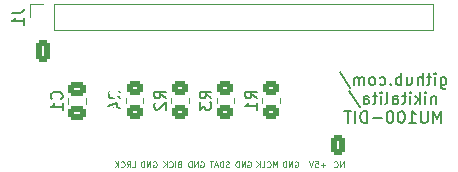
<source format=gbr>
%TF.GenerationSoftware,KiCad,Pcbnew,(6.0.1)*%
%TF.CreationDate,2022-07-04T21:24:21-07:00*%
%TF.ProjectId,mu100-dit-connector-board,6d753130-302d-4646-9974-2d636f6e6e65,rev?*%
%TF.SameCoordinates,Original*%
%TF.FileFunction,Legend,Bot*%
%TF.FilePolarity,Positive*%
%FSLAX46Y46*%
G04 Gerber Fmt 4.6, Leading zero omitted, Abs format (unit mm)*
G04 Created by KiCad (PCBNEW (6.0.1)) date 2022-07-04 21:24:21*
%MOMM*%
%LPD*%
G01*
G04 APERTURE LIST*
G04 Aperture macros list*
%AMRoundRect*
0 Rectangle with rounded corners*
0 $1 Rounding radius*
0 $2 $3 $4 $5 $6 $7 $8 $9 X,Y pos of 4 corners*
0 Add a 4 corners polygon primitive as box body*
4,1,4,$2,$3,$4,$5,$6,$7,$8,$9,$2,$3,0*
0 Add four circle primitives for the rounded corners*
1,1,$1+$1,$2,$3*
1,1,$1+$1,$4,$5*
1,1,$1+$1,$6,$7*
1,1,$1+$1,$8,$9*
0 Add four rect primitives between the rounded corners*
20,1,$1+$1,$2,$3,$4,$5,0*
20,1,$1+$1,$4,$5,$6,$7,0*
20,1,$1+$1,$6,$7,$8,$9,0*
20,1,$1+$1,$8,$9,$2,$3,0*%
G04 Aperture macros list end*
%ADD10C,0.125000*%
%ADD11C,0.150000*%
%ADD12C,0.120000*%
%ADD13O,1.200000X1.750000*%
%ADD14RoundRect,0.250000X0.350000X0.625000X-0.350000X0.625000X-0.350000X-0.625000X0.350000X-0.625000X0*%
%ADD15O,1.200000X1.800000*%
%ADD16RoundRect,0.250000X-0.350000X-0.650000X0.350000X-0.650000X0.350000X0.650000X-0.350000X0.650000X0*%
%ADD17RoundRect,0.250000X-0.450000X0.350000X-0.450000X-0.350000X0.450000X-0.350000X0.450000X0.350000X0*%
%ADD18O,1.350000X1.350000*%
%ADD19R,1.350000X1.350000*%
%ADD20RoundRect,0.250000X-0.475000X0.337500X-0.475000X-0.337500X0.475000X-0.337500X0.475000X0.337500X0*%
%ADD21C,0.800000*%
G04 APERTURE END LIST*
D10*
X89641657Y-70492714D02*
X89260704Y-70492714D01*
X89451180Y-70683190D02*
X89451180Y-70302238D01*
X88784514Y-70183190D02*
X89022609Y-70183190D01*
X89046419Y-70421285D01*
X89022609Y-70397476D01*
X88974990Y-70373666D01*
X88855942Y-70373666D01*
X88808323Y-70397476D01*
X88784514Y-70421285D01*
X88760704Y-70468904D01*
X88760704Y-70587952D01*
X88784514Y-70635571D01*
X88808323Y-70659380D01*
X88855942Y-70683190D01*
X88974990Y-70683190D01*
X89022609Y-70659380D01*
X89046419Y-70635571D01*
X88617847Y-70183190D02*
X88451180Y-70683190D01*
X88284514Y-70183190D01*
D11*
X99406190Y-63045714D02*
X99406190Y-63855238D01*
X99453809Y-63950476D01*
X99501428Y-63998095D01*
X99596666Y-64045714D01*
X99739523Y-64045714D01*
X99834761Y-63998095D01*
X99406190Y-63664761D02*
X99501428Y-63712380D01*
X99691904Y-63712380D01*
X99787142Y-63664761D01*
X99834761Y-63617142D01*
X99882380Y-63521904D01*
X99882380Y-63236190D01*
X99834761Y-63140952D01*
X99787142Y-63093333D01*
X99691904Y-63045714D01*
X99501428Y-63045714D01*
X99406190Y-63093333D01*
X98930000Y-63712380D02*
X98930000Y-63045714D01*
X98930000Y-62712380D02*
X98977619Y-62760000D01*
X98930000Y-62807619D01*
X98882380Y-62760000D01*
X98930000Y-62712380D01*
X98930000Y-62807619D01*
X98596666Y-63045714D02*
X98215714Y-63045714D01*
X98453809Y-62712380D02*
X98453809Y-63569523D01*
X98406190Y-63664761D01*
X98310952Y-63712380D01*
X98215714Y-63712380D01*
X97882380Y-63712380D02*
X97882380Y-62712380D01*
X97453809Y-63712380D02*
X97453809Y-63188571D01*
X97501428Y-63093333D01*
X97596666Y-63045714D01*
X97739523Y-63045714D01*
X97834761Y-63093333D01*
X97882380Y-63140952D01*
X96549047Y-63045714D02*
X96549047Y-63712380D01*
X96977619Y-63045714D02*
X96977619Y-63569523D01*
X96930000Y-63664761D01*
X96834761Y-63712380D01*
X96691904Y-63712380D01*
X96596666Y-63664761D01*
X96549047Y-63617142D01*
X96072857Y-63712380D02*
X96072857Y-62712380D01*
X96072857Y-63093333D02*
X95977619Y-63045714D01*
X95787142Y-63045714D01*
X95691904Y-63093333D01*
X95644285Y-63140952D01*
X95596666Y-63236190D01*
X95596666Y-63521904D01*
X95644285Y-63617142D01*
X95691904Y-63664761D01*
X95787142Y-63712380D01*
X95977619Y-63712380D01*
X96072857Y-63664761D01*
X95168095Y-63617142D02*
X95120476Y-63664761D01*
X95168095Y-63712380D01*
X95215714Y-63664761D01*
X95168095Y-63617142D01*
X95168095Y-63712380D01*
X94263333Y-63664761D02*
X94358571Y-63712380D01*
X94549047Y-63712380D01*
X94644285Y-63664761D01*
X94691904Y-63617142D01*
X94739523Y-63521904D01*
X94739523Y-63236190D01*
X94691904Y-63140952D01*
X94644285Y-63093333D01*
X94549047Y-63045714D01*
X94358571Y-63045714D01*
X94263333Y-63093333D01*
X93691904Y-63712380D02*
X93787142Y-63664761D01*
X93834761Y-63617142D01*
X93882380Y-63521904D01*
X93882380Y-63236190D01*
X93834761Y-63140952D01*
X93787142Y-63093333D01*
X93691904Y-63045714D01*
X93549047Y-63045714D01*
X93453809Y-63093333D01*
X93406190Y-63140952D01*
X93358571Y-63236190D01*
X93358571Y-63521904D01*
X93406190Y-63617142D01*
X93453809Y-63664761D01*
X93549047Y-63712380D01*
X93691904Y-63712380D01*
X92930000Y-63712380D02*
X92930000Y-63045714D01*
X92930000Y-63140952D02*
X92882380Y-63093333D01*
X92787142Y-63045714D01*
X92644285Y-63045714D01*
X92549047Y-63093333D01*
X92501428Y-63188571D01*
X92501428Y-63712380D01*
X92501428Y-63188571D02*
X92453809Y-63093333D01*
X92358571Y-63045714D01*
X92215714Y-63045714D01*
X92120476Y-63093333D01*
X92072857Y-63188571D01*
X92072857Y-63712380D01*
X90882380Y-62664761D02*
X91739523Y-63950476D01*
X99025238Y-64655714D02*
X99025238Y-65322380D01*
X99025238Y-64750952D02*
X98977619Y-64703333D01*
X98882380Y-64655714D01*
X98739523Y-64655714D01*
X98644285Y-64703333D01*
X98596666Y-64798571D01*
X98596666Y-65322380D01*
X98120476Y-65322380D02*
X98120476Y-64655714D01*
X98120476Y-64322380D02*
X98168095Y-64370000D01*
X98120476Y-64417619D01*
X98072857Y-64370000D01*
X98120476Y-64322380D01*
X98120476Y-64417619D01*
X97644285Y-65322380D02*
X97644285Y-64322380D01*
X97549047Y-64941428D02*
X97263333Y-65322380D01*
X97263333Y-64655714D02*
X97644285Y-65036666D01*
X96834761Y-65322380D02*
X96834761Y-64655714D01*
X96834761Y-64322380D02*
X96882380Y-64370000D01*
X96834761Y-64417619D01*
X96787142Y-64370000D01*
X96834761Y-64322380D01*
X96834761Y-64417619D01*
X96501428Y-64655714D02*
X96120476Y-64655714D01*
X96358571Y-64322380D02*
X96358571Y-65179523D01*
X96310952Y-65274761D01*
X96215714Y-65322380D01*
X96120476Y-65322380D01*
X95358571Y-65322380D02*
X95358571Y-64798571D01*
X95406190Y-64703333D01*
X95501428Y-64655714D01*
X95691904Y-64655714D01*
X95787142Y-64703333D01*
X95358571Y-65274761D02*
X95453809Y-65322380D01*
X95691904Y-65322380D01*
X95787142Y-65274761D01*
X95834761Y-65179523D01*
X95834761Y-65084285D01*
X95787142Y-64989047D01*
X95691904Y-64941428D01*
X95453809Y-64941428D01*
X95358571Y-64893809D01*
X94739523Y-65322380D02*
X94834761Y-65274761D01*
X94882380Y-65179523D01*
X94882380Y-64322380D01*
X94358571Y-65322380D02*
X94358571Y-64655714D01*
X94358571Y-64322380D02*
X94406190Y-64370000D01*
X94358571Y-64417619D01*
X94310952Y-64370000D01*
X94358571Y-64322380D01*
X94358571Y-64417619D01*
X94025238Y-64655714D02*
X93644285Y-64655714D01*
X93882380Y-64322380D02*
X93882380Y-65179523D01*
X93834761Y-65274761D01*
X93739523Y-65322380D01*
X93644285Y-65322380D01*
X92882380Y-65322380D02*
X92882380Y-64798571D01*
X92930000Y-64703333D01*
X93025238Y-64655714D01*
X93215714Y-64655714D01*
X93310952Y-64703333D01*
X92882380Y-65274761D02*
X92977619Y-65322380D01*
X93215714Y-65322380D01*
X93310952Y-65274761D01*
X93358571Y-65179523D01*
X93358571Y-65084285D01*
X93310952Y-64989047D01*
X93215714Y-64941428D01*
X92977619Y-64941428D01*
X92882380Y-64893809D01*
X91691904Y-64274761D02*
X92549047Y-65560476D01*
X99453809Y-66932380D02*
X99453809Y-65932380D01*
X99120476Y-66646666D01*
X98787142Y-65932380D01*
X98787142Y-66932380D01*
X98310952Y-65932380D02*
X98310952Y-66741904D01*
X98263333Y-66837142D01*
X98215714Y-66884761D01*
X98120476Y-66932380D01*
X97930000Y-66932380D01*
X97834761Y-66884761D01*
X97787142Y-66837142D01*
X97739523Y-66741904D01*
X97739523Y-65932380D01*
X96739523Y-66932380D02*
X97310952Y-66932380D01*
X97025238Y-66932380D02*
X97025238Y-65932380D01*
X97120476Y-66075238D01*
X97215714Y-66170476D01*
X97310952Y-66218095D01*
X96120476Y-65932380D02*
X96025238Y-65932380D01*
X95930000Y-65980000D01*
X95882380Y-66027619D01*
X95834761Y-66122857D01*
X95787142Y-66313333D01*
X95787142Y-66551428D01*
X95834761Y-66741904D01*
X95882380Y-66837142D01*
X95930000Y-66884761D01*
X96025238Y-66932380D01*
X96120476Y-66932380D01*
X96215714Y-66884761D01*
X96263333Y-66837142D01*
X96310952Y-66741904D01*
X96358571Y-66551428D01*
X96358571Y-66313333D01*
X96310952Y-66122857D01*
X96263333Y-66027619D01*
X96215714Y-65980000D01*
X96120476Y-65932380D01*
X95168095Y-65932380D02*
X95072857Y-65932380D01*
X94977619Y-65980000D01*
X94930000Y-66027619D01*
X94882380Y-66122857D01*
X94834761Y-66313333D01*
X94834761Y-66551428D01*
X94882380Y-66741904D01*
X94930000Y-66837142D01*
X94977619Y-66884761D01*
X95072857Y-66932380D01*
X95168095Y-66932380D01*
X95263333Y-66884761D01*
X95310952Y-66837142D01*
X95358571Y-66741904D01*
X95406190Y-66551428D01*
X95406190Y-66313333D01*
X95358571Y-66122857D01*
X95310952Y-66027619D01*
X95263333Y-65980000D01*
X95168095Y-65932380D01*
X94406190Y-66551428D02*
X93644285Y-66551428D01*
X93168095Y-66932380D02*
X93168095Y-65932380D01*
X92930000Y-65932380D01*
X92787142Y-65980000D01*
X92691904Y-66075238D01*
X92644285Y-66170476D01*
X92596666Y-66360952D01*
X92596666Y-66503809D01*
X92644285Y-66694285D01*
X92691904Y-66789523D01*
X92787142Y-66884761D01*
X92930000Y-66932380D01*
X93168095Y-66932380D01*
X92168095Y-66932380D02*
X92168095Y-65932380D01*
X91834761Y-65932380D02*
X91263333Y-65932380D01*
X91549047Y-66932380D02*
X91549047Y-65932380D01*
D10*
X87079752Y-70207000D02*
X87127371Y-70183190D01*
X87198800Y-70183190D01*
X87270228Y-70207000D01*
X87317847Y-70254619D01*
X87341657Y-70302238D01*
X87365466Y-70397476D01*
X87365466Y-70468904D01*
X87341657Y-70564142D01*
X87317847Y-70611761D01*
X87270228Y-70659380D01*
X87198800Y-70683190D01*
X87151180Y-70683190D01*
X87079752Y-70659380D01*
X87055942Y-70635571D01*
X87055942Y-70468904D01*
X87151180Y-70468904D01*
X86841657Y-70683190D02*
X86841657Y-70183190D01*
X86555942Y-70683190D01*
X86555942Y-70183190D01*
X86317847Y-70683190D02*
X86317847Y-70183190D01*
X86198800Y-70183190D01*
X86127371Y-70207000D01*
X86079752Y-70254619D01*
X86055942Y-70302238D01*
X86032133Y-70397476D01*
X86032133Y-70468904D01*
X86055942Y-70564142D01*
X86079752Y-70611761D01*
X86127371Y-70659380D01*
X86198800Y-70683190D01*
X86317847Y-70683190D01*
X75079752Y-70207000D02*
X75127371Y-70183190D01*
X75198800Y-70183190D01*
X75270228Y-70207000D01*
X75317847Y-70254619D01*
X75341657Y-70302238D01*
X75365466Y-70397476D01*
X75365466Y-70468904D01*
X75341657Y-70564142D01*
X75317847Y-70611761D01*
X75270228Y-70659380D01*
X75198800Y-70683190D01*
X75151180Y-70683190D01*
X75079752Y-70659380D01*
X75055942Y-70635571D01*
X75055942Y-70468904D01*
X75151180Y-70468904D01*
X74841657Y-70683190D02*
X74841657Y-70183190D01*
X74555942Y-70683190D01*
X74555942Y-70183190D01*
X74317847Y-70683190D02*
X74317847Y-70183190D01*
X74198800Y-70183190D01*
X74127371Y-70207000D01*
X74079752Y-70254619D01*
X74055942Y-70302238D01*
X74032133Y-70397476D01*
X74032133Y-70468904D01*
X74055942Y-70564142D01*
X74079752Y-70611761D01*
X74127371Y-70659380D01*
X74198800Y-70683190D01*
X74317847Y-70683190D01*
X73294038Y-70683190D02*
X73532133Y-70683190D01*
X73532133Y-70183190D01*
X72841657Y-70683190D02*
X73008323Y-70445095D01*
X73127371Y-70683190D02*
X73127371Y-70183190D01*
X72936895Y-70183190D01*
X72889276Y-70207000D01*
X72865466Y-70230809D01*
X72841657Y-70278428D01*
X72841657Y-70349857D01*
X72865466Y-70397476D01*
X72889276Y-70421285D01*
X72936895Y-70445095D01*
X73127371Y-70445095D01*
X72341657Y-70635571D02*
X72365466Y-70659380D01*
X72436895Y-70683190D01*
X72484514Y-70683190D01*
X72555942Y-70659380D01*
X72603561Y-70611761D01*
X72627371Y-70564142D01*
X72651180Y-70468904D01*
X72651180Y-70397476D01*
X72627371Y-70302238D01*
X72603561Y-70254619D01*
X72555942Y-70207000D01*
X72484514Y-70183190D01*
X72436895Y-70183190D01*
X72365466Y-70207000D01*
X72341657Y-70230809D01*
X72127371Y-70683190D02*
X72127371Y-70183190D01*
X71841657Y-70683190D02*
X72055942Y-70397476D01*
X71841657Y-70183190D02*
X72127371Y-70468904D01*
X79079752Y-70207000D02*
X79127371Y-70183190D01*
X79198800Y-70183190D01*
X79270228Y-70207000D01*
X79317847Y-70254619D01*
X79341657Y-70302238D01*
X79365466Y-70397476D01*
X79365466Y-70468904D01*
X79341657Y-70564142D01*
X79317847Y-70611761D01*
X79270228Y-70659380D01*
X79198800Y-70683190D01*
X79151180Y-70683190D01*
X79079752Y-70659380D01*
X79055942Y-70635571D01*
X79055942Y-70468904D01*
X79151180Y-70468904D01*
X78841657Y-70683190D02*
X78841657Y-70183190D01*
X78555942Y-70683190D01*
X78555942Y-70183190D01*
X78317847Y-70683190D02*
X78317847Y-70183190D01*
X78198800Y-70183190D01*
X78127371Y-70207000D01*
X78079752Y-70254619D01*
X78055942Y-70302238D01*
X78032133Y-70397476D01*
X78032133Y-70468904D01*
X78055942Y-70564142D01*
X78079752Y-70611761D01*
X78127371Y-70659380D01*
X78198800Y-70683190D01*
X78317847Y-70683190D01*
X85567847Y-70683190D02*
X85567847Y-70183190D01*
X85401180Y-70540333D01*
X85234514Y-70183190D01*
X85234514Y-70683190D01*
X84710704Y-70635571D02*
X84734514Y-70659380D01*
X84805942Y-70683190D01*
X84853561Y-70683190D01*
X84924990Y-70659380D01*
X84972609Y-70611761D01*
X84996419Y-70564142D01*
X85020228Y-70468904D01*
X85020228Y-70397476D01*
X84996419Y-70302238D01*
X84972609Y-70254619D01*
X84924990Y-70207000D01*
X84853561Y-70183190D01*
X84805942Y-70183190D01*
X84734514Y-70207000D01*
X84710704Y-70230809D01*
X84258323Y-70683190D02*
X84496419Y-70683190D01*
X84496419Y-70183190D01*
X84091657Y-70683190D02*
X84091657Y-70183190D01*
X83805942Y-70683190D02*
X84020228Y-70397476D01*
X83805942Y-70183190D02*
X84091657Y-70468904D01*
X81496419Y-70659380D02*
X81424990Y-70683190D01*
X81305942Y-70683190D01*
X81258323Y-70659380D01*
X81234514Y-70635571D01*
X81210704Y-70587952D01*
X81210704Y-70540333D01*
X81234514Y-70492714D01*
X81258323Y-70468904D01*
X81305942Y-70445095D01*
X81401180Y-70421285D01*
X81448800Y-70397476D01*
X81472609Y-70373666D01*
X81496419Y-70326047D01*
X81496419Y-70278428D01*
X81472609Y-70230809D01*
X81448800Y-70207000D01*
X81401180Y-70183190D01*
X81282133Y-70183190D01*
X81210704Y-70207000D01*
X80996419Y-70683190D02*
X80996419Y-70183190D01*
X80877371Y-70183190D01*
X80805942Y-70207000D01*
X80758323Y-70254619D01*
X80734514Y-70302238D01*
X80710704Y-70397476D01*
X80710704Y-70468904D01*
X80734514Y-70564142D01*
X80758323Y-70611761D01*
X80805942Y-70659380D01*
X80877371Y-70683190D01*
X80996419Y-70683190D01*
X80520228Y-70540333D02*
X80282133Y-70540333D01*
X80567847Y-70683190D02*
X80401180Y-70183190D01*
X80234514Y-70683190D01*
X80139276Y-70183190D02*
X79853561Y-70183190D01*
X79996419Y-70683190D02*
X79996419Y-70183190D01*
X83079752Y-70207000D02*
X83127371Y-70183190D01*
X83198800Y-70183190D01*
X83270228Y-70207000D01*
X83317847Y-70254619D01*
X83341657Y-70302238D01*
X83365466Y-70397476D01*
X83365466Y-70468904D01*
X83341657Y-70564142D01*
X83317847Y-70611761D01*
X83270228Y-70659380D01*
X83198800Y-70683190D01*
X83151180Y-70683190D01*
X83079752Y-70659380D01*
X83055942Y-70635571D01*
X83055942Y-70468904D01*
X83151180Y-70468904D01*
X82841657Y-70683190D02*
X82841657Y-70183190D01*
X82555942Y-70683190D01*
X82555942Y-70183190D01*
X82317847Y-70683190D02*
X82317847Y-70183190D01*
X82198800Y-70183190D01*
X82127371Y-70207000D01*
X82079752Y-70254619D01*
X82055942Y-70302238D01*
X82032133Y-70397476D01*
X82032133Y-70468904D01*
X82055942Y-70564142D01*
X82079752Y-70611761D01*
X82127371Y-70659380D01*
X82198800Y-70683190D01*
X82317847Y-70683190D01*
X91191657Y-70683190D02*
X91191657Y-70183190D01*
X90905942Y-70683190D01*
X90905942Y-70183190D01*
X90382133Y-70635571D02*
X90405942Y-70659380D01*
X90477371Y-70683190D01*
X90524990Y-70683190D01*
X90596419Y-70659380D01*
X90644038Y-70611761D01*
X90667847Y-70564142D01*
X90691657Y-70468904D01*
X90691657Y-70397476D01*
X90667847Y-70302238D01*
X90644038Y-70254619D01*
X90596419Y-70207000D01*
X90524990Y-70183190D01*
X90477371Y-70183190D01*
X90405942Y-70207000D01*
X90382133Y-70230809D01*
X77282133Y-70421285D02*
X77210704Y-70445095D01*
X77186895Y-70468904D01*
X77163085Y-70516523D01*
X77163085Y-70587952D01*
X77186895Y-70635571D01*
X77210704Y-70659380D01*
X77258323Y-70683190D01*
X77448800Y-70683190D01*
X77448800Y-70183190D01*
X77282133Y-70183190D01*
X77234514Y-70207000D01*
X77210704Y-70230809D01*
X77186895Y-70278428D01*
X77186895Y-70326047D01*
X77210704Y-70373666D01*
X77234514Y-70397476D01*
X77282133Y-70421285D01*
X77448800Y-70421285D01*
X76948800Y-70683190D02*
X76948800Y-70183190D01*
X76424990Y-70635571D02*
X76448800Y-70659380D01*
X76520228Y-70683190D01*
X76567847Y-70683190D01*
X76639276Y-70659380D01*
X76686895Y-70611761D01*
X76710704Y-70564142D01*
X76734514Y-70468904D01*
X76734514Y-70397476D01*
X76710704Y-70302238D01*
X76686895Y-70254619D01*
X76639276Y-70207000D01*
X76567847Y-70183190D01*
X76520228Y-70183190D01*
X76448800Y-70207000D01*
X76424990Y-70230809D01*
X76210704Y-70683190D02*
X76210704Y-70183190D01*
X75924990Y-70683190D02*
X76139276Y-70397476D01*
X75924990Y-70183190D02*
X76210704Y-70468904D01*
D11*
%TO.C,R1*%
X83842380Y-64857333D02*
X83366190Y-64524000D01*
X83842380Y-64285904D02*
X82842380Y-64285904D01*
X82842380Y-64666857D01*
X82890000Y-64762095D01*
X82937619Y-64809714D01*
X83032857Y-64857333D01*
X83175714Y-64857333D01*
X83270952Y-64809714D01*
X83318571Y-64762095D01*
X83366190Y-64666857D01*
X83366190Y-64285904D01*
X83842380Y-65809714D02*
X83842380Y-65238285D01*
X83842380Y-65524000D02*
X82842380Y-65524000D01*
X82985238Y-65428761D01*
X83080476Y-65333523D01*
X83128095Y-65238285D01*
%TO.C,J1*%
X63102380Y-57636666D02*
X63816666Y-57636666D01*
X63959523Y-57589047D01*
X64054761Y-57493809D01*
X64102380Y-57350952D01*
X64102380Y-57255714D01*
X64102380Y-58636666D02*
X64102380Y-58065238D01*
X64102380Y-58350952D02*
X63102380Y-58350952D01*
X63245238Y-58255714D01*
X63340476Y-58160476D01*
X63388095Y-58065238D01*
%TO.C,R3*%
X79995712Y-64857333D02*
X79519522Y-64524000D01*
X79995712Y-64285904D02*
X78995712Y-64285904D01*
X78995712Y-64666857D01*
X79043332Y-64762095D01*
X79090951Y-64809714D01*
X79186189Y-64857333D01*
X79329046Y-64857333D01*
X79424284Y-64809714D01*
X79471903Y-64762095D01*
X79519522Y-64666857D01*
X79519522Y-64285904D01*
X78995712Y-65190666D02*
X78995712Y-65809714D01*
X79376665Y-65476380D01*
X79376665Y-65619238D01*
X79424284Y-65714476D01*
X79471903Y-65762095D01*
X79567141Y-65809714D01*
X79805236Y-65809714D01*
X79900474Y-65762095D01*
X79948093Y-65714476D01*
X79995712Y-65619238D01*
X79995712Y-65333523D01*
X79948093Y-65238285D01*
X79900474Y-65190666D01*
%TO.C,C1*%
X67307942Y-64907333D02*
X67355561Y-64859714D01*
X67403180Y-64716857D01*
X67403180Y-64621619D01*
X67355561Y-64478761D01*
X67260323Y-64383523D01*
X67165085Y-64335904D01*
X66974609Y-64288285D01*
X66831752Y-64288285D01*
X66641276Y-64335904D01*
X66546038Y-64383523D01*
X66450800Y-64478761D01*
X66403180Y-64621619D01*
X66403180Y-64716857D01*
X66450800Y-64859714D01*
X66498419Y-64907333D01*
X67403180Y-65859714D02*
X67403180Y-65288285D01*
X67403180Y-65574000D02*
X66403180Y-65574000D01*
X66546038Y-65478761D01*
X66641276Y-65383523D01*
X66688895Y-65288285D01*
%TO.C,R2*%
X76149046Y-64857333D02*
X75672856Y-64524000D01*
X76149046Y-64285904D02*
X75149046Y-64285904D01*
X75149046Y-64666857D01*
X75196666Y-64762095D01*
X75244285Y-64809714D01*
X75339523Y-64857333D01*
X75482380Y-64857333D01*
X75577618Y-64809714D01*
X75625237Y-64762095D01*
X75672856Y-64666857D01*
X75672856Y-64285904D01*
X75244285Y-65238285D02*
X75196666Y-65285904D01*
X75149046Y-65381142D01*
X75149046Y-65619238D01*
X75196666Y-65714476D01*
X75244285Y-65762095D01*
X75339523Y-65809714D01*
X75434761Y-65809714D01*
X75577618Y-65762095D01*
X76149046Y-65190666D01*
X76149046Y-65809714D01*
%TO.C,R4*%
X72302380Y-64857333D02*
X71826190Y-64524000D01*
X72302380Y-64285904D02*
X71302380Y-64285904D01*
X71302380Y-64666857D01*
X71350000Y-64762095D01*
X71397619Y-64809714D01*
X71492857Y-64857333D01*
X71635714Y-64857333D01*
X71730952Y-64809714D01*
X71778571Y-64762095D01*
X71826190Y-64666857D01*
X71826190Y-64285904D01*
X71635714Y-65714476D02*
X72302380Y-65714476D01*
X71254761Y-65476380D02*
X71969047Y-65238285D01*
X71969047Y-65857333D01*
D12*
%TO.C,R1*%
X84305000Y-64796936D02*
X84305000Y-65251064D01*
X85775000Y-64796936D02*
X85775000Y-65251064D01*
%TO.C,J1*%
X66710000Y-56910000D02*
X66710000Y-59030000D01*
X64650000Y-56910000D02*
X64650000Y-57970000D01*
X98770000Y-56910000D02*
X98770000Y-59030000D01*
X66710000Y-56910000D02*
X98770000Y-56910000D01*
X65710000Y-56910000D02*
X64650000Y-56910000D01*
X66710000Y-59030000D02*
X98770000Y-59030000D01*
%TO.C,R3*%
X80458332Y-64796936D02*
X80458332Y-65251064D01*
X81928332Y-64796936D02*
X81928332Y-65251064D01*
%TO.C,C1*%
X69365800Y-64812748D02*
X69365800Y-65335252D01*
X67895800Y-64812748D02*
X67895800Y-65335252D01*
%TO.C,R2*%
X78081666Y-64796936D02*
X78081666Y-65251064D01*
X76611666Y-64796936D02*
X76611666Y-65251064D01*
%TO.C,R4*%
X74235000Y-64796936D02*
X74235000Y-65251064D01*
X72765000Y-64796936D02*
X72765000Y-65251064D01*
%TD*%
%LPC*%
D13*
%TO.C,J3*%
X72700000Y-68790000D03*
X74700000Y-68790000D03*
X76700000Y-68790000D03*
X78700000Y-68790000D03*
X80700000Y-68790000D03*
X82700000Y-68790000D03*
X84700000Y-68790000D03*
X86700000Y-68790000D03*
X88700000Y-68790000D03*
D14*
X90700000Y-68790000D03*
%TD*%
D15*
%TO.C,J2*%
X97710000Y-60830000D03*
X95710000Y-60830000D03*
X93710000Y-60830000D03*
X91710000Y-60830000D03*
X89710000Y-60830000D03*
X87710000Y-60830000D03*
X85710000Y-60830000D03*
X83710000Y-60830000D03*
X81710000Y-60830000D03*
X79710000Y-60830000D03*
X77710000Y-60830000D03*
X75710000Y-60830000D03*
X73710000Y-60830000D03*
X71710000Y-60830000D03*
X69710000Y-60830000D03*
X67710000Y-60830000D03*
D16*
X65710000Y-60830000D03*
%TD*%
D17*
%TO.C,R1*%
X85040000Y-66024000D03*
X85040000Y-64024000D03*
%TD*%
D18*
%TO.C,J1*%
X97710000Y-57970000D03*
X95710000Y-57970000D03*
X93710000Y-57970000D03*
X91710000Y-57970000D03*
X89710000Y-57970000D03*
X87710000Y-57970000D03*
X85710000Y-57970000D03*
X83710000Y-57970000D03*
X81710000Y-57970000D03*
X79710000Y-57970000D03*
X77710000Y-57970000D03*
X75710000Y-57970000D03*
X73710000Y-57970000D03*
X71710000Y-57970000D03*
X69710000Y-57970000D03*
X67710000Y-57970000D03*
D19*
X65710000Y-57970000D03*
%TD*%
D17*
%TO.C,R3*%
X81193332Y-66024000D03*
X81193332Y-64024000D03*
%TD*%
D20*
%TO.C,C1*%
X68630800Y-66111500D03*
X68630800Y-64036500D03*
%TD*%
D17*
%TO.C,R2*%
X77346666Y-66024000D03*
X77346666Y-64024000D03*
%TD*%
%TO.C,R4*%
X73500000Y-66024000D03*
X73500000Y-64024000D03*
%TD*%
D21*
X70190000Y-70070000D03*
X69400000Y-68040000D03*
X71270000Y-63010000D03*
X71760000Y-64370000D03*
X71820000Y-66050000D03*
X75539600Y-62738000D03*
X82778600Y-63195200D03*
M02*

</source>
